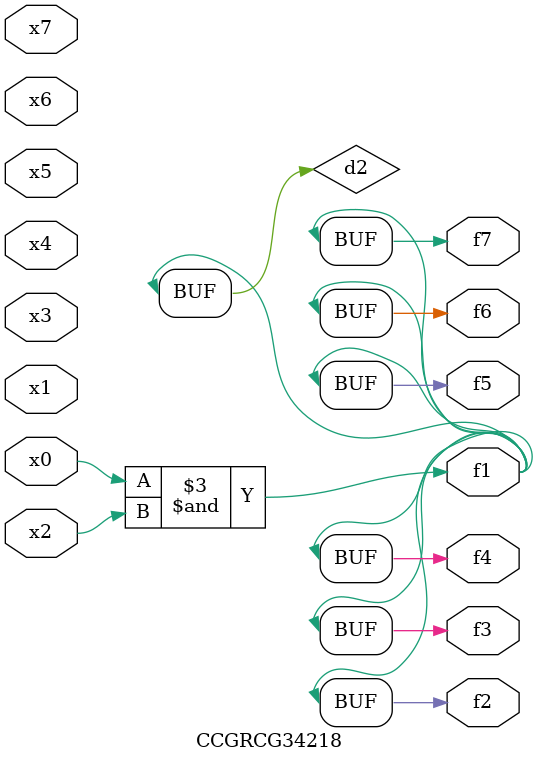
<source format=v>
module CCGRCG34218(
	input x0, x1, x2, x3, x4, x5, x6, x7,
	output f1, f2, f3, f4, f5, f6, f7
);

	wire d1, d2;

	nor (d1, x3, x6);
	and (d2, x0, x2);
	assign f1 = d2;
	assign f2 = d2;
	assign f3 = d2;
	assign f4 = d2;
	assign f5 = d2;
	assign f6 = d2;
	assign f7 = d2;
endmodule

</source>
